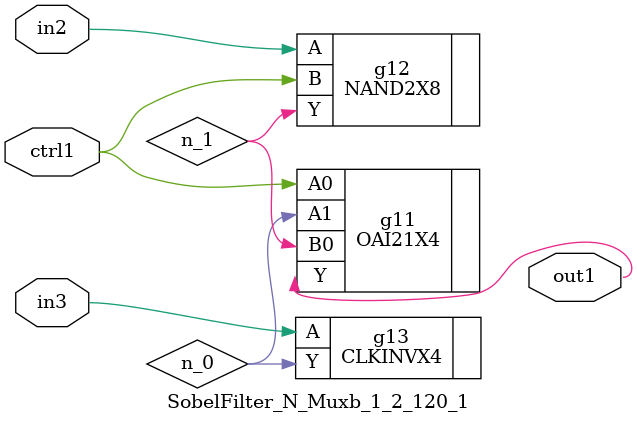
<source format=v>
`timescale 1ps / 1ps


module SobelFilter_N_Muxb_1_2_120_1(in3, in2, ctrl1, out1);
  input in3, in2, ctrl1;
  output out1;
  wire in3, in2, ctrl1;
  wire out1;
  wire n_0, n_1;
  OAI21X4 g11(.A0 (ctrl1), .A1 (n_0), .B0 (n_1), .Y (out1));
  NAND2X8 g12(.A (in2), .B (ctrl1), .Y (n_1));
  CLKINVX4 g13(.A (in3), .Y (n_0));
endmodule


</source>
